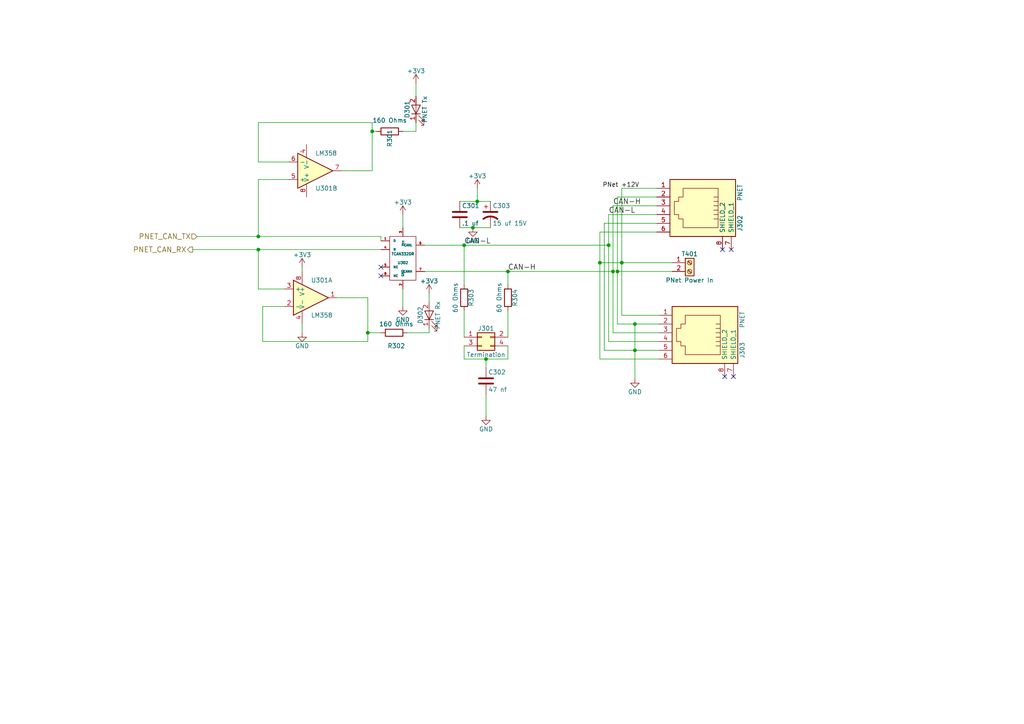
<source format=kicad_sch>
(kicad_sch (version 20211123) (generator eeschema)
  (paper "A4")
  (lib_symbols
    (symbol "LCC-PNET-Router-rescue:+3.3V" (power) (pin_names (offset 0))
      (property "Value" "+3.3V" (at 0 3.556 0))
      (symbol "+3.3V_0_1"
        (polyline (pts (xy -0.762 1.27) (xy 0 2.54)))
        (polyline (pts (xy 0 0) (xy 0 2.54)))
        (polyline (pts (xy 0 2.54) (xy 0.762 1.27)))
      )
      (symbol "+3.3V_1_1"
        (pin power_in line (at 0 0 90) (length 0) hide (name "+3V3") (number "1"))
      )
    )
    (symbol "LCC-PNET-Router-rescue:C" (pin_numbers hide) (pin_names (offset 0.254))
      (property "Reference" "C" (at 0.635 2.54 0))
      (property "Value" "C" (at 0.635 -2.54 0))
      (symbol "C_0_1"
        (polyline (pts (xy -2.032 -0.762) (xy 2.032 -0.762)) (stroke (width 0.508)))
        (polyline (pts (xy -2.032 0.762) (xy 2.032 0.762)) (stroke (width 0.508)))
      )
      (symbol "C_1_1"
        (pin passive line (at 0 3.81 270) (length 2.794) (name "~") (number "1"))
        (pin passive line (at 0 -3.81 90) (length 2.794) (name "~") (number "2"))
      )
    )
    (symbol "LCC-PNET-Router-rescue:CP1" (pin_numbers hide) (pin_names (offset 0.254) hide)
      (property "Reference" "C" (at 0.635 2.54 0))
      (property "Value" "CP1" (at 0.635 -2.54 0))
      (symbol "CP1_0_1"
        (polyline (pts (xy -2.032 0.762) (xy 2.032 0.762)) (stroke (width 0.508)))
        (polyline (pts (xy -1.778 2.286) (xy -0.762 2.286)))
        (polyline (pts (xy -1.27 1.778) (xy -1.27 2.794)))
        (arc (start 2.032 -1.27) (mid 0 -0.5572) (end -2.032 -1.27) (stroke (width 0.508)))
      )
      (symbol "CP1_1_1"
        (pin passive line (at 0 3.81 270) (length 2.794) (name "~") (number "1"))
        (pin passive line (at 0 -3.81 90) (length 3.302) (name "~") (number "2"))
      )
    )
    (symbol "LCC-PNET-Router-rescue:Conn_02x02_Odd_Even" (pin_names (offset 1.016) hide)
      (property "Reference" "J" (at 1.27 2.54 0))
      (property "Value" "Conn_02x02_Odd_Even" (at 1.27 -5.08 0))
      (symbol "Conn_02x02_Odd_Even_1_1"
        (rectangle (start -1.27 -2.413) (end 0 -2.667) (stroke (width 0.1524)))
        (rectangle (start -1.27 0.127) (end 0 -0.127) (stroke (width 0.1524)))
        (rectangle (start -1.27 1.27) (end 3.81 -3.81) (stroke (width 0.254)) (fill (type background)))
        (rectangle (start 3.81 -2.413) (end 2.54 -2.667) (stroke (width 0.1524)))
        (rectangle (start 3.81 0.127) (end 2.54 -0.127) (stroke (width 0.1524)))
        (pin passive line (at -5.08 0 0) (length 3.81) (name "Pin_1") (number "1"))
        (pin passive line (at 7.62 0 180) (length 3.81) (name "Pin_2") (number "2"))
        (pin passive line (at -5.08 -2.54 0) (length 3.81) (name "Pin_3") (number "3"))
        (pin passive line (at 7.62 -2.54 180) (length 3.81) (name "Pin_4") (number "4"))
      )
    )
    (symbol "LCC-PNET-Router-rescue:GND" (power) (pin_names (offset 0))
      (property "Value" "GND" (at 0 -3.81 0))
      (symbol "GND_0_1"
        (polyline (pts (xy 0 0) (xy 0 -1.27) (xy 1.27 -1.27) (xy 0 -2.54) (xy -1.27 -1.27) (xy 0 -1.27)))
      )
      (symbol "GND_1_1"
        (pin power_in line (at 0 0 270) (length 0) hide (name "GND") (number "1"))
      )
    )
    (symbol "LCC-PNET-Router-rescue:LED" (pin_names (offset 1.016) hide)
      (property "Reference" "D" (at 0 2.54 0))
      (property "Value" "LED" (at 0 -2.54 0))
      (symbol "LED_0_1"
        (polyline (pts (xy -1.27 -1.27) (xy -1.27 1.27)) (stroke (width 0.2032)))
        (polyline (pts (xy -1.27 0) (xy 1.27 0)))
        (polyline (pts (xy 1.27 -1.27) (xy 1.27 1.27) (xy -1.27 0) (xy 1.27 -1.27)) (stroke (width 0.2032)))
        (polyline (pts (xy -3.048 -0.762) (xy -4.572 -2.286) (xy -3.81 -2.286) (xy -4.572 -2.286) (xy -4.572 -1.524)))
        (polyline (pts (xy -1.778 -0.762) (xy -3.302 -2.286) (xy -2.54 -2.286) (xy -3.302 -2.286) (xy -3.302 -1.524)))
      )
      (symbol "LED_1_1"
        (pin passive line (at -3.81 0 0) (length 2.54) (name "K") (number "1"))
        (pin passive line (at 3.81 0 180) (length 2.54) (name "A") (number "2"))
      )
    )
    (symbol "LCC-PNET-Router-rescue:LM358"
      (property "Reference" "U" (at 0 5.08 0))
      (property "Value" "LM358" (at 0 -5.08 0))
      (symbol "LM358_0_1"
        (polyline (pts (xy -5.08 5.08) (xy 5.08 0) (xy -5.08 -5.08) (xy -5.08 5.08)) (stroke (width 0.254)) (fill (type background)))
        (pin power_in line (at -2.54 -7.62 90) (length 3.81) (name "V-") (number "4"))
        (pin power_in line (at -2.54 7.62 270) (length 3.81) (name "V+") (number "8"))
      )
      (symbol "LM358_1_1"
        (pin output line (at 7.62 0 180) (length 2.54) (name "~") (number "1"))
        (pin input line (at -7.62 -2.54 0) (length 2.54) (name "-") (number "2"))
        (pin input line (at -7.62 2.54 0) (length 2.54) (name "+") (number "3"))
      )
      (symbol "LM358_2_1"
        (pin input line (at -7.62 2.54 0) (length 2.54) (name "+") (number "5"))
        (pin input line (at -7.62 -2.54 0) (length 2.54) (name "-") (number "6"))
        (pin output line (at 7.62 0 180) (length 2.54) (name "~") (number "7"))
      )
    )
    (symbol "LCC-PNET-Router-rescue:R" (pin_numbers hide) (pin_names (offset 0))
      (property "Reference" "R" (at 2.032 0 90))
      (property "Value" "R" (at 0 0 90))
      (symbol "R_0_1"
        (rectangle (start -1.016 -2.54) (end 1.016 2.54) (stroke (width 0.254)))
      )
      (symbol "R_1_1"
        (pin passive line (at 0 3.81 270) (length 1.27) (name "~") (number "1"))
        (pin passive line (at 0 -3.81 90) (length 1.27) (name "~") (number "2"))
      )
    )
    (symbol "LCC-PNET-Router-rescue:RJ12" (pin_names (offset 1.016))
      (property "Reference" "J" (at 5.08 12.7 0))
      (property "Value" "RJ12" (at -3.81 12.7 0))
      (symbol "RJ12_0_1"
        (polyline (pts (xy -2.54 6.35) (xy -2.54 5.08) (xy -2.54 5.08)))
        (polyline (pts (xy -1.27 6.35) (xy -1.27 5.08) (xy -1.27 5.08)))
        (polyline (pts (xy 0 6.35) (xy 0 5.08) (xy 0 5.08)))
        (polyline (pts (xy 1.27 6.35) (xy 1.27 5.08) (xy 1.27 5.08)))
        (polyline (pts (xy 2.54 6.35) (xy 2.54 5.08) (xy 2.54 5.08)))
        (polyline (pts (xy 3.81 5.08) (xy 3.81 6.35) (xy 3.81 6.35)))
        (polyline (pts (xy -5.08 6.35) (xy 6.35 6.35) (xy 6.35 -3.81) (xy 3.81 -3.81) (xy 3.81 -5.08) (xy 2.54 -5.08) (xy 2.54 -6.35) (xy -1.27 -6.35) (xy -1.27 -5.08) (xy -2.54 -5.08) (xy -2.54 -3.81) (xy -5.08 -3.81) (xy -5.08 6.35) (xy -5.08 6.35)))
        (rectangle (start 8.89 -7.62) (end -7.62 11.43) (stroke (width 0.254)) (fill (type background)))
      )
      (symbol "RJ12_1_1"
        (pin passive line (at -5.08 -11.43 90) (length 3.81) (name "~") (number "1"))
        (pin passive line (at -2.54 -11.43 90) (length 3.81) (name "~") (number "2"))
        (pin passive line (at 0 -11.43 90) (length 3.81) (name "~") (number "3"))
        (pin passive line (at 2.54 -11.43 90) (length 3.81) (name "~") (number "4"))
        (pin passive line (at 5.08 -11.43 90) (length 3.81) (name "~") (number "5"))
        (pin passive line (at 7.62 -11.43 90) (length 3.81) (name "~") (number "6"))
        (pin passive line (at 12.7 10.16 180) (length 3.81) (name "SHIELD_1") (number "7"))
        (pin passive line (at 12.7 7.62 180) (length 3.81) (name "SHIELD_2") (number "8"))
      )
    )
    (symbol "LCC-PNET-Router-rescue:Screw_Terminal_01x02" (pin_names (offset 1.016) hide)
      (property "Reference" "J" (at 0 2.54 0))
      (property "Value" "Screw_Terminal_01x02" (at 0 -5.08 0))
      (symbol "Screw_Terminal_01x02_1_1"
        (rectangle (start -1.27 1.27) (end 1.27 -3.81) (stroke (width 0.254)) (fill (type background)))
        (circle (center 0 -2.54) (radius 0.635) (stroke (width 0.1524)))
        (polyline (pts (xy -0.5334 -2.2098) (xy 0.3302 -3.048)) (stroke (width 0.1524)))
        (polyline (pts (xy -0.5334 0.3302) (xy 0.3302 -0.508)) (stroke (width 0.1524)))
        (polyline (pts (xy -0.3556 -2.032) (xy 0.508 -2.8702)) (stroke (width 0.1524)))
        (polyline (pts (xy -0.3556 0.508) (xy 0.508 -0.3302)) (stroke (width 0.1524)))
        (circle (center 0 0) (radius 0.635) (stroke (width 0.1524)))
        (pin passive line (at -5.08 0 0) (length 3.81) (name "Pin_1") (number "1"))
        (pin passive line (at -5.08 -2.54 0) (length 3.81) (name "Pin_2") (number "2"))
      )
    )
    (symbol "LCC-PNET-Router-rescue:TCAN332DR" (pin_names (offset 1.016))
      (property "Reference" "U" (at 0 -1.27 0))
      (property "Value" "TCAN332DR" (at 0 1.27 0))
      (symbol "TCAN332DR_0_1"
        (rectangle (start -3.81 6.35) (end 3.81 -6.35))
      )
      (symbol "TCAN332DR_1_1"
        (pin input line (at -6.35 5.08 0) (length 2.54) (name "D") (number "1"))
        (pin power_in line (at 0 -8.89 90) (length 2.54) (name "GND") (number "2"))
        (pin power_in line (at 0 8.89 270) (length 2.54) (name "Vcc") (number "3"))
        (pin output line (at -6.35 2.54 0) (length 2.54) (name "R") (number "4"))
        (pin input line (at -6.35 -2.54 0) (length 2.54) (name "NC") (number "5"))
        (pin bidirectional line (at 6.35 3.81 180) (length 2.54) (name "CANL") (number "6"))
        (pin bidirectional line (at 6.35 -3.81 180) (length 2.54) (name "CANH") (number "7"))
        (pin input line (at -6.35 -5.08 0) (length 2.54) (name "NC") (number "8"))
      )
    )
  )
  (junction (at 140.97 104.14))
  (junction (at 180.34 76.2))
  (junction (at 177.8 78.74))
  (junction (at 106.68 96.52))
  (junction (at 74.93 72.39))
  (junction (at 107.95 38.1))
  (junction (at 176.53 71.12))
  (junction (at 184.15 93.98))
  (junction (at 184.15 101.6))
  (junction (at 179.07 78.74))
  (junction (at 173.99 76.2))
  (junction (at 134.62 71.12))
  (junction (at 137.16 66.04))
  (junction (at 147.32 78.74))
  (junction (at 138.43 58.42))
  (junction (at 74.93 68.58))
  (no_connect (at 209.55 72.39))
  (no_connect (at 212.725 109.22))
  (no_connect (at 110.49 77.47))
  (no_connect (at 110.49 80.01))
  (no_connect (at 210.185 109.22))
  (no_connect (at 212.09 72.39))
  (wire (pts (xy 116.84 62.23) (xy 116.84 66.04)))
  (wire (pts (xy 190.5 64.77) (xy 175.26 64.77)))
  (wire (pts (xy 173.99 67.31) (xy 173.99 76.2)))
  (wire (pts (xy 173.99 76.2) (xy 180.34 76.2)))
  (wire (pts (xy 74.93 68.58) (xy 110.49 68.58)))
  (wire (pts (xy 83.82 52.07) (xy 74.93 52.07)))
  (wire (pts (xy 140.97 104.14) (xy 147.32 104.14)))
  (wire (pts (xy 82.55 83.82) (xy 74.93 83.82)))
  (wire (pts (xy 74.93 46.99) (xy 74.93 35.56)))
  (wire (pts (xy 124.46 96.52) (xy 118.11 96.52)))
  (wire (pts (xy 107.95 35.56) (xy 107.95 38.1)))
  (wire (pts (xy 173.99 67.31) (xy 190.5 67.31)))
  (wire (pts (xy 138.43 58.42) (xy 142.24 58.42)))
  (wire (pts (xy 87.63 77.47) (xy 87.63 78.74)))
  (wire (pts (xy 107.95 49.53) (xy 99.06 49.53)))
  (wire (pts (xy 176.53 99.06) (xy 191.135 99.06)))
  (wire (pts (xy 176.53 62.23) (xy 190.5 62.23)))
  (wire (pts (xy 184.15 93.98) (xy 184.15 101.6)))
  (wire (pts (xy 120.65 35.56) (xy 120.65 38.1)))
  (wire (pts (xy 179.07 78.74) (xy 179.07 93.98)))
  (wire (pts (xy 134.62 100.33) (xy 134.62 104.14)))
  (wire (pts (xy 180.34 76.2) (xy 180.34 91.44)))
  (wire (pts (xy 74.93 83.82) (xy 74.93 72.39)))
  (wire (pts (xy 74.93 72.39) (xy 110.49 72.39)))
  (wire (pts (xy 110.49 96.52) (xy 106.68 96.52)))
  (wire (pts (xy 76.2 88.9) (xy 76.2 99.06)))
  (wire (pts (xy 106.68 99.06) (xy 106.68 96.52)))
  (wire (pts (xy 133.35 66.04) (xy 137.16 66.04)))
  (wire (pts (xy 82.55 88.9) (xy 76.2 88.9)))
  (wire (pts (xy 173.99 76.2) (xy 173.99 104.14)))
  (wire (pts (xy 175.26 101.6) (xy 184.15 101.6)))
  (wire (pts (xy 179.07 93.98) (xy 184.15 93.98)))
  (wire (pts (xy 175.26 64.77) (xy 175.26 101.6)))
  (wire (pts (xy 74.93 35.56) (xy 107.95 35.56)))
  (wire (pts (xy 124.46 95.25) (xy 124.46 96.52)))
  (wire (pts (xy 140.97 120.65) (xy 140.97 114.3)))
  (wire (pts (xy 180.34 76.2) (xy 194.945 76.2)))
  (wire (pts (xy 107.95 38.1) (xy 107.95 49.53)))
  (wire (pts (xy 55.88 72.39) (xy 74.93 72.39)))
  (wire (pts (xy 180.34 54.61) (xy 180.34 76.2)))
  (wire (pts (xy 176.53 62.23) (xy 176.53 71.12)))
  (wire (pts (xy 190.5 54.61) (xy 180.34 54.61)))
  (wire (pts (xy 180.34 91.44) (xy 191.135 91.44)))
  (wire (pts (xy 147.32 82.55) (xy 147.32 78.74)))
  (wire (pts (xy 184.15 101.6) (xy 191.135 101.6)))
  (wire (pts (xy 147.32 104.14) (xy 147.32 100.33)))
  (wire (pts (xy 124.46 85.09) (xy 124.46 87.63)))
  (wire (pts (xy 57.15 68.58) (xy 74.93 68.58)))
  (wire (pts (xy 190.5 57.15) (xy 179.07 57.15)))
  (wire (pts (xy 110.49 68.58) (xy 110.49 69.85)))
  (wire (pts (xy 83.82 46.99) (xy 74.93 46.99)))
  (wire (pts (xy 177.8 59.69) (xy 190.5 59.69)))
  (wire (pts (xy 109.22 38.1) (xy 107.95 38.1)))
  (wire (pts (xy 123.19 78.74) (xy 147.32 78.74)))
  (wire (pts (xy 140.97 106.68) (xy 140.97 104.14)))
  (wire (pts (xy 106.68 86.36) (xy 97.79 86.36)))
  (wire (pts (xy 179.07 57.15) (xy 179.07 78.74)))
  (wire (pts (xy 176.53 71.12) (xy 176.53 99.06)))
  (wire (pts (xy 177.8 78.74) (xy 177.8 96.52)))
  (wire (pts (xy 179.07 78.74) (xy 194.945 78.74)))
  (wire (pts (xy 134.62 71.12) (xy 176.53 71.12)))
  (wire (pts (xy 138.43 54.61) (xy 138.43 58.42)))
  (wire (pts (xy 120.65 38.1) (xy 116.84 38.1)))
  (wire (pts (xy 87.63 93.98) (xy 87.63 96.52)))
  (wire (pts (xy 137.16 66.04) (xy 142.24 66.04)))
  (wire (pts (xy 123.19 71.12) (xy 134.62 71.12)))
  (wire (pts (xy 184.15 93.98) (xy 191.135 93.98)))
  (wire (pts (xy 106.68 96.52) (xy 106.68 86.36)))
  (wire (pts (xy 74.93 52.07) (xy 74.93 68.58)))
  (wire (pts (xy 134.62 104.14) (xy 140.97 104.14)))
  (wire (pts (xy 133.35 58.42) (xy 138.43 58.42)))
  (wire (pts (xy 177.8 96.52) (xy 191.135 96.52)))
  (wire (pts (xy 116.84 83.82) (xy 116.84 88.9)))
  (wire (pts (xy 120.65 24.13) (xy 120.65 27.94)))
  (wire (pts (xy 184.15 101.6) (xy 184.15 109.855)))
  (wire (pts (xy 147.32 90.17) (xy 147.32 97.79)))
  (wire (pts (xy 134.62 90.17) (xy 134.62 97.79)))
  (wire (pts (xy 134.62 82.55) (xy 134.62 71.12)))
  (wire (pts (xy 177.8 59.69) (xy 177.8 78.74)))
  (wire (pts (xy 191.135 104.14) (xy 173.99 104.14)))
  (wire (pts (xy 76.2 99.06) (xy 106.68 99.06)))
  (wire (pts (xy 147.32 78.74) (xy 177.8 78.74)))
  (label "CAN-L" (at 134.62 71.12 0) (effects (font (size 1.524 1.524))))
  (label "CAN-H" (at 147.32 78.74 0) (effects (font (size 1.524 1.524))))
  (label "CAN-H" (at 177.8 59.69 0) (effects (font (size 1.524 1.524))))
  (label "CAN-L" (at 176.53 62.23 0) (effects (font (size 1.524 1.524))))
  (label "PNet +12V" (at 185.42 54.61 180))
  (hierarchical_label "PNET_CAN_TX" (shape input) (at 57.15 68.58 180) (effects (font (size 1.524 1.524))))
  (hierarchical_label "PNET_CAN_RX" (shape output) (at 55.88 72.39 180) (effects (font (size 1.524 1.524))))
  (symbol (lib_id "LCC-PNET-Router-rescue:TCAN332DR") (at 116.84 74.93 0) (unit 1)
    (property "Reference" "U302" (at 116.84 76.2 0) (effects (font (size 0.762 0.762))))
    (property "Value" "TCAN332DR" (at 116.84 73.66 0) (effects (font (size 0.762 0.762))))
    (property "Footprint" "Package_SO:SOIC-8_3.9x4.9mm_P1.27mm" (effects hide))
    (property "Mouser Part Number" "595-TCAN332DR" (effects hide))
  )
  (symbol (lib_id "LCC-PNET-Router-rescue:+3.3V") (at 116.84 62.23 0) (unit 1)
    (property "Reference" "#PWR019" (effects hide))
    (property "Value" "+3.3V" (at 116.84 58.674 0))
  )
  (symbol (lib_id "LCC-PNET-Router-rescue:GND") (at 116.84 88.9 0) (unit 1)
    (property "Reference" "#PWR020" (effects hide))
    (property "Value" "GND" (at 116.84 92.71 0))
  )
  (symbol (lib_id "LCC-PNET-Router-rescue:C") (at 133.35 62.23 0) (unit 1)
    (property "Reference" "C301" (at 133.985 59.69 0) (effects (justify left)))
    (property "Value" ".1 uf" (at 133.985 64.77 0) (effects (justify left)))
    (property "Footprint" "Capacitor_SMD:C_0603_1608Metric" (effects hide))
    (property "Mouser Part Number" "603-CC603KPX7R9BB104" (effects hide))
  )
  (symbol (lib_id "LCC-PNET-Router-rescue:CP1") (at 142.24 62.23 0) (unit 1)
    (property "Reference" "C303" (at 142.875 59.69 0) (effects (justify left)))
    (property "Value" "15 uf 15V" (at 142.875 64.77 0) (effects (justify left)))
    (property "Footprint" "Capacitor_SMD:CP_Elec_4x5.8" (effects hide))
    (property "Mouser Part Number" "647-UUD1C150MCL" (effects hide))
  )
  (symbol (lib_id "LCC-PNET-Router-rescue:Conn_02x02_Odd_Even") (at 139.7 97.79 0) (unit 1)
    (property "Reference" "J301" (at 140.97 95.25 0))
    (property "Value" "Termination" (at 140.97 102.87 0))
    (property "Footprint" "Connector_PinHeader_2.54mm:PinHeader_2x02_P2.54mm_Vertical" (effects hide))
    (property "Mouser Part Number" "649-1012938190402BLF" (effects hide))
  )
  (symbol (lib_id "LCC-PNET-Router-rescue:R") (at 134.62 86.36 0) (unit 1)
    (property "Reference" "R303" (at 136.652 86.36 90))
    (property "Value" "60 Ohms" (at 132.08 86.36 90))
    (property "Footprint" "Resistor_SMD:R_1206_3216Metric" (effects hide))
    (property "Mouser Part Number" "71-CRCW120660R0KNAIF" (effects hide))
  )
  (symbol (lib_id "LCC-PNET-Router-rescue:R") (at 147.32 86.36 0) (unit 1)
    (property "Reference" "R304" (at 149.352 86.36 90))
    (property "Value" "60 Ohms" (at 144.78 86.36 90))
    (property "Footprint" "Resistor_SMD:R_1206_3216Metric" (effects hide))
    (property "Mouser Part Number" "71-CRCW120660R0KNAIF" (effects hide))
  )
  (symbol (lib_id "LCC-PNET-Router-rescue:C") (at 140.97 110.49 0) (unit 1)
    (property "Reference" "C302" (at 141.605 107.95 0) (effects (justify left)))
    (property "Value" "47 nf" (at 141.605 113.03 0) (effects (justify left)))
    (property "Footprint" "Capacitor_SMD:C_0603_1608Metric" (effects hide))
    (property "Mouser Part Number" "963-GMK107BJ473KAHT" (effects hide))
  )
  (symbol (lib_id "LCC-PNET-Router-rescue:GND") (at 140.97 120.65 0) (unit 1)
    (property "Reference" "#PWR021" (effects hide))
    (property "Value" "GND" (at 140.97 124.46 0))
  )
  (symbol (lib_id "LCC-PNET-Router-rescue:GND") (at 137.16 66.04 0) (unit 1)
    (property "Reference" "#PWR022" (effects hide))
    (property "Value" "GND" (at 137.16 69.85 0))
  )
  (symbol (lib_id "LCC-PNET-Router-rescue:LM358") (at 91.44 49.53 0) (mirror x) (unit 2)
    (property "Reference" "U301" (at 91.44 54.61 0) (effects (justify left)))
    (property "Value" "LM358" (at 91.44 44.45 0) (effects (justify left)))
    (property "Footprint" "Package_SO:SOIC-8_3.9x4.9mm_P1.27mm" (effects hide))
    (property "Mouser Part Number" "595-LM358DR" (effects hide))
  )
  (symbol (lib_id "LCC-PNET-Router-rescue:LM358") (at 90.17 86.36 0) (unit 1)
    (property "Reference" "U301" (at 90.17 81.28 0) (effects (justify left)))
    (property "Value" "LM358" (at 90.17 91.44 0) (effects (justify left)))
    (property "Footprint" "Package_SO:SOIC-8_3.9x4.9mm_P1.27mm" (effects hide))
    (property "Mouser Part Number" "595-LM358DR" (effects hide))
  )
  (symbol (lib_id "LCC-PNET-Router-rescue:GND") (at 87.63 96.52 0) (unit 1)
    (property "Reference" "#PWR023" (effects hide))
    (property "Value" "GND" (at 87.63 100.33 0))
  )
  (symbol (lib_id "LCC-PNET-Router-rescue:+3.3V") (at 87.63 77.47 0) (unit 1)
    (property "Reference" "#PWR024" (effects hide))
    (property "Value" "+3.3V" (at 87.63 73.914 0))
  )
  (symbol (lib_id "LCC-PNET-Router-rescue:R") (at 113.03 38.1 270) (unit 1)
    (property "Reference" "R301" (at 113.03 40.132 0))
    (property "Value" "160 Ohms" (at 113.03 34.925 90))
    (property "Footprint" "Resistor_SMD:R_0603_1608Metric" (effects hide))
    (property "Mouser Part Number" "603-AC0603JR-07160RL" (effects hide))
  )
  (symbol (lib_id "LCC-PNET-Router-rescue:R") (at 114.3 96.52 270) (unit 1)
    (property "Reference" "R302" (at 114.935 100.33 90))
    (property "Value" "160 Ohms" (at 114.935 93.98 90))
    (property "Footprint" "Resistor_SMD:R_0603_1608Metric" (effects hide))
    (property "Mouser Part Number" "603-AC0603JR-07160RL" (effects hide))
  )
  (symbol (lib_id "LCC-PNET-Router-rescue:LED") (at 120.65 31.75 90) (unit 1)
    (property "Reference" "D301" (at 118.11 31.75 0))
    (property "Value" "PNET Tx" (at 123.19 31.75 0))
    (property "Footprint" "LED_SMD:LED_0603_1608Metric" (effects hide))
    (property "Mouser Part Number" "710-150060SS75000" (effects hide))
  )
  (symbol (lib_id "LCC-PNET-Router-rescue:LED") (at 124.46 91.44 90) (unit 1)
    (property "Reference" "D302" (at 121.92 91.44 0))
    (property "Value" "PNET Rx" (at 127 91.44 0))
    (property "Footprint" "LED_SMD:LED_0603_1608Metric" (effects hide))
    (property "Mouser Part Number" "710-150060YS75000" (effects hide))
  )
  (symbol (lib_id "LCC-PNET-Router-rescue:+3.3V") (at 120.65 24.13 0) (unit 1)
    (property "Reference" "#PWR025" (effects hide))
    (property "Value" "+3.3V" (at 120.65 20.574 0))
  )
  (symbol (lib_id "LCC-PNET-Router-rescue:+3.3V") (at 124.46 85.09 0) (unit 1)
    (property "Reference" "#PWR026" (effects hide))
    (property "Value" "+3.3V" (at 124.46 81.534 0))
  )
  (symbol (lib_id "LCC-PNET-Router-rescue:RJ12") (at 201.93 59.69 270) (unit 1)
    (property "Reference" "J302" (at 214.63 64.77 0))
    (property "Value" "PNET" (at 214.63 55.88 0))
    (property "Footprint" "RJ12Molex:95501-2661" (effects hide))
    (property "Mouser Part Number" "538-95501-2661 " (effects hide))
  )
  (symbol (lib_id "LCC-PNET-Router-rescue:RJ12") (at 202.565 96.52 270) (unit 1)
    (property "Reference" "J303" (at 215.265 101.6 0))
    (property "Value" "PNET" (at 215.265 92.71 0))
    (property "Footprint" "RJ12Molex:95501-2661" (effects hide))
    (property "Mouser Part Number" "538-95501-2661 " (effects hide))
  )
  (symbol (lib_id "LCC-PNET-Router-rescue:GND") (at 184.15 109.855 0) (unit 1)
    (property "Reference" "#PWR027" (effects hide))
    (property "Value" "GND" (at 184.15 113.665 0))
  )
  (symbol (lib_id "LCC-PNET-Router-rescue:+3.3V") (at 138.43 54.61 0) (unit 1)
    (property "Reference" "#PWR028" (effects hide))
    (property "Value" "+3.3V" (at 138.43 51.054 0))
  )
  (symbol (lib_id "LCC-PNET-Router-rescue:Screw_Terminal_01x02") (at 200.025 76.2 0) (unit 1)
    (property "Reference" "T401" (at 200.025 73.66 0))
    (property "Value" "PNet Power In" (at 200.025 81.28 0))
    (property "Footprint" "TerminalBlock_TE-Connectivity:TerminalBlock_TE_282834-2_1x02_P2.54mm_Horizontal" (effects hide))
    (property "Mouser Part Number" "651-1725656" (effects hide))
  )
)
</source>
